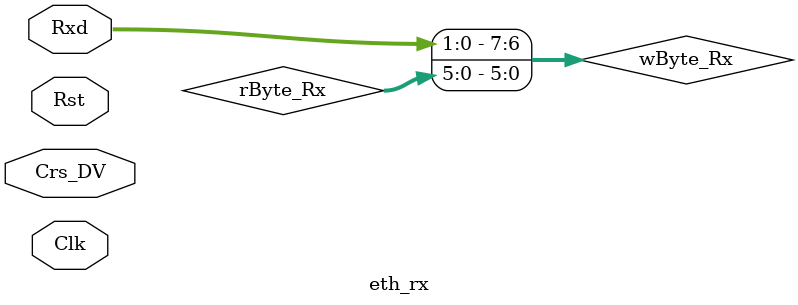
<source format=v>

module eth_rx (
  input wire        Clk,
  input wire        Rst,
  input wire [1:0]  Rxd,
  input wire        Crs_DV
);

  //==========================================
  // Constants
  //==========================================

  // number of parallel data lines to PHY
  localparam pMII_WIDTH = 2;

  // shift to convert bytes to bits
  localparam pBytes_To_Bits = 3;

  // byte counts
  localparam pDest_Addr_Bytes  = 8'h6;
  localparam pSrc_Addr_Bytes   = 8'h6;
  localparam pLen_Type_Bytes   = 8'h2;

  // bit counts
  localparam pDest_Addr_Bits  = pDest_Addr_Bytes << pBytes_To_Bits;
  localparam pSrc_Addr_Bits   = pSrc_Addr_Bytes << pBytes_To_Bits;
  localparam pLen_Type_Bits   = pLen_Type_Bytes << pBytes_To_Bits;

  // serial counts 
  // # iterations to process incoming data given some MII width
  localparam pDest_Addr_Cnt    = pDest_Addr_Bits >> (pMII_WIDTH >> 1);
  localparam pSrc_Addr_Cnt     = pSrc_Addr_Bits >> (pMII_WIDTH >> 1);
  localparam pLen_Type_Cnt     = pLen_Type_Bits >> (pMII_WIDTH >> 1);

  // eth_rx_fsm
  localparam  IDLE              = 3'h0;
  localparam  PREAMBLE          = 3'h1;
  localparam  DEST_ADDR         = 3'h2;
  localparam  SRC_ADDR          = 3'h3;
  localparam  LEN_TYPE          = 3'h4;
  // localparam  DATA              = 4'h6;
  // localparam  PAD               = 4'h7;
  // localparam  FCS               = 4'h8;

  //==========================================
  // Wires/Registers
  //==========================================

  // eth_rx_fsm
  reg [2:0]     rCurr_State;
  reg [7:0]     rCtrl_Cnt;

  // byte_packer
  //reg [1:0]     rRxd;
  reg [1:0]     rBit_Cnt;
  wire          wByte_Rdy;
  reg [7:0]     rByte_Rx;
  wire [7:0]    wByte_Rx;

  //==========================================
  // eth_rx_fsm
  //==========================================
  always @(posedge Clk)
  begin
    if (Rst) begin
      rCtrl_Cnt <= 0;
      rCurr_State <= IDLE;
    end
    else begin

      case(rCurr_State)

      //================
      // IDLE (0)
      //================
      IDLE:
      begin
        rCtrl_Cnt <= 0;
        if (Rxd == 2'b01)
          rCurr_State <= PREAMBLE;
      end

      //================
      // PREAMBLE (1)
      //================
      PREAMBLE:
      begin
        if (Rxd == 2'b11)
          rCurr_State <= DEST_ADDR;
      end

      //================
      // DEST_ADDR (2)
      //================
      DEST_ADDR:
      begin
        rCtrl_Cnt <= rCtrl_Cnt + 1;
        if (rCtrl_Cnt == pDest_Addr_Cnt-1) begin
          rCtrl_Cnt <= 0;
          rCurr_State <= SRC_ADDR;
        end
      end

      //================
      // SRC_ADDR (3)
      //================
      SRC_ADDR:
      begin
        rCtrl_Cnt <= rCtrl_Cnt + 1;
        if (rCtrl_Cnt == pSrc_Addr_Cnt-1) begin
          rCtrl_Cnt <= 0;
          rCurr_State <= LEN_TYPE;
        end
      end

      //================
      // LEN_TYPE (5)
      //================
      LEN_TYPE:
      begin
        rCtrl_Cnt <= rCtrl_Cnt + 1;
        if (rCtrl_Cnt == pLen_Type_Cnt-1) begin
          rCtrl_Cnt <= 0;
          rCurr_State <= IDLE;
        end
      end

      default:
        rCurr_State <= IDLE;

      endcase
    end
  end

  //==========================================
  // byte_rx
  //==========================================

  // // pipeline input
  // always @(posedge Clk)
  // begin
  //   rRxd <= Rxd;
  // end

  // form bytes when past PREAMBLE
  always @(posedge Clk)
  begin
    if (Rst)
      rByte_Rx <= 0;
    else begin
      if (rCurr_State > PREAMBLE) begin
        rByte_Rx <= wByte_Rx >> pMII_WIDTH;
      end
    end
  end
  //assign wByte_Rx = {rByte_Rx[7:2], Rxd};
  assign wByte_Rx = {Rxd, rByte_Rx[5:0]};

  // indicate when formed byte is valid
  always @(posedge Clk)
  begin
    if (rCurr_State > PREAMBLE)
      rBit_Cnt <= rBit_Cnt + 1;
  end
  assign wByte_Rdy = rBit_Cnt[1] & rBit_Cnt[0];


endmodule

</source>
